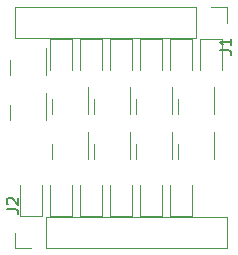
<source format=gbr>
%TF.GenerationSoftware,KiCad,Pcbnew,(6.0.2)*%
%TF.CreationDate,2023-02-28T22:47:18+08:00*%
%TF.ProjectId,OR_gate,4f525f67-6174-4652-9e6b-696361645f70,rev?*%
%TF.SameCoordinates,Original*%
%TF.FileFunction,Legend,Top*%
%TF.FilePolarity,Positive*%
%FSLAX46Y46*%
G04 Gerber Fmt 4.6, Leading zero omitted, Abs format (unit mm)*
G04 Created by KiCad (PCBNEW (6.0.2)) date 2023-02-28 22:47:18*
%MOMM*%
%LPD*%
G01*
G04 APERTURE LIST*
%ADD10C,0.150000*%
%ADD11C,0.120000*%
G04 APERTURE END LIST*
D10*
%TO.C,J1*%
X82002380Y-45545333D02*
X82716666Y-45545333D01*
X82859523Y-45592952D01*
X82954761Y-45688190D01*
X83002380Y-45831047D01*
X83002380Y-45926285D01*
X83002380Y-44545333D02*
X83002380Y-45116761D01*
X83002380Y-44831047D02*
X82002380Y-44831047D01*
X82145238Y-44926285D01*
X82240476Y-45021523D01*
X82288095Y-45116761D01*
%TO.C,J2*%
X63968380Y-59007333D02*
X64682666Y-59007333D01*
X64825523Y-59054952D01*
X64920761Y-59150190D01*
X64968380Y-59293047D01*
X64968380Y-59388285D01*
X64063619Y-58578761D02*
X64016000Y-58531142D01*
X63968380Y-58435904D01*
X63968380Y-58197809D01*
X64016000Y-58102571D01*
X64063619Y-58054952D01*
X64158857Y-58007333D01*
X64254095Y-58007333D01*
X64396952Y-58054952D01*
X64968380Y-58626380D01*
X64968380Y-58007333D01*
D11*
%TO.C,Q12*%
X74458000Y-54102000D02*
X74458000Y-54752000D01*
X71338000Y-54102000D02*
X71338000Y-53452000D01*
X71338000Y-54102000D02*
X71338000Y-54752000D01*
X74458000Y-54102000D02*
X74458000Y-52427000D01*
%TO.C,D7*%
X69540000Y-59597000D02*
X69540000Y-56912000D01*
X67620000Y-59597000D02*
X69540000Y-59597000D01*
X67620000Y-56912000D02*
X67620000Y-59597000D01*
%TO.C,D4*%
X75240000Y-59597000D02*
X77160000Y-59597000D01*
X77160000Y-59597000D02*
X77160000Y-56912000D01*
X75240000Y-56912000D02*
X75240000Y-59597000D01*
%TO.C,D6*%
X82240000Y-44543000D02*
X80320000Y-44543000D01*
X80320000Y-44543000D02*
X80320000Y-47228000D01*
X82240000Y-47228000D02*
X82240000Y-44543000D01*
%TO.C,D12*%
X72700000Y-59597000D02*
X74620000Y-59597000D01*
X72700000Y-56912000D02*
X72700000Y-59597000D01*
X74620000Y-59597000D02*
X74620000Y-56912000D01*
%TO.C,D11*%
X77160000Y-47228000D02*
X77160000Y-44543000D01*
X77160000Y-44543000D02*
X75240000Y-44543000D01*
X75240000Y-44543000D02*
X75240000Y-47228000D01*
%TO.C,D2*%
X79700000Y-47228000D02*
X79700000Y-44543000D01*
X77780000Y-44543000D02*
X77780000Y-47228000D01*
X79700000Y-44543000D02*
X77780000Y-44543000D01*
%TO.C,D9*%
X72700000Y-44543000D02*
X72700000Y-47228000D01*
X74620000Y-47228000D02*
X74620000Y-44543000D01*
X74620000Y-44543000D02*
X72700000Y-44543000D01*
%TO.C,Q7*%
X81570000Y-50292000D02*
X81570000Y-48617000D01*
X81570000Y-50292000D02*
X81570000Y-50942000D01*
X78450000Y-50292000D02*
X78450000Y-50942000D01*
X78450000Y-50292000D02*
X78450000Y-49642000D01*
%TO.C,D8*%
X77780000Y-59597000D02*
X79700000Y-59597000D01*
X79700000Y-59597000D02*
X79700000Y-56912000D01*
X77780000Y-56912000D02*
X77780000Y-59597000D01*
%TO.C,Q9*%
X67782000Y-50292000D02*
X67782000Y-49642000D01*
X70902000Y-50292000D02*
X70902000Y-48617000D01*
X67782000Y-50292000D02*
X67782000Y-50942000D01*
X70902000Y-50292000D02*
X70902000Y-50942000D01*
%TO.C,Q1*%
X64226000Y-46990000D02*
X64226000Y-47640000D01*
X67346000Y-46990000D02*
X67346000Y-47640000D01*
X64226000Y-46990000D02*
X64226000Y-46340000D01*
X67346000Y-46990000D02*
X67346000Y-45315000D01*
%TO.C,J1*%
X80010000Y-41850000D02*
X64710000Y-41850000D01*
X80010000Y-41850000D02*
X80010000Y-44510000D01*
X80010000Y-44510000D02*
X64710000Y-44510000D01*
X82610000Y-41850000D02*
X82610000Y-43180000D01*
X81280000Y-41850000D02*
X82610000Y-41850000D01*
X64710000Y-41850000D02*
X64710000Y-44510000D01*
%TO.C,J2*%
X64710000Y-62290000D02*
X64710000Y-60960000D01*
X66040000Y-62290000D02*
X64710000Y-62290000D01*
X67310000Y-62290000D02*
X67310000Y-59630000D01*
X67310000Y-62290000D02*
X82610000Y-62290000D01*
X67310000Y-59630000D02*
X82610000Y-59630000D01*
X82610000Y-62290000D02*
X82610000Y-59630000D01*
%TO.C,Q4*%
X78014000Y-54102000D02*
X78014000Y-54752000D01*
X78014000Y-54102000D02*
X78014000Y-52427000D01*
X74894000Y-54102000D02*
X74894000Y-53452000D01*
X74894000Y-54102000D02*
X74894000Y-54752000D01*
%TO.C,Q3*%
X78014000Y-50292000D02*
X78014000Y-50942000D01*
X78014000Y-50292000D02*
X78014000Y-48617000D01*
X74894000Y-50292000D02*
X74894000Y-49642000D01*
X74894000Y-50292000D02*
X74894000Y-50942000D01*
%TO.C,D5*%
X70160000Y-44543000D02*
X70160000Y-47228000D01*
X72080000Y-44543000D02*
X70160000Y-44543000D01*
X72080000Y-47228000D02*
X72080000Y-44543000D01*
%TO.C,Q2*%
X64226000Y-50800000D02*
X64226000Y-51450000D01*
X64226000Y-50800000D02*
X64226000Y-50150000D01*
X67346000Y-50800000D02*
X67346000Y-49125000D01*
X67346000Y-50800000D02*
X67346000Y-51450000D01*
%TO.C,Q10*%
X70902000Y-54102000D02*
X70902000Y-52427000D01*
X70902000Y-54102000D02*
X70902000Y-54752000D01*
X67782000Y-54102000D02*
X67782000Y-53452000D01*
X67782000Y-54102000D02*
X67782000Y-54752000D01*
%TO.C,D3*%
X65080000Y-56912000D02*
X65080000Y-59597000D01*
X67000000Y-59597000D02*
X67000000Y-56912000D01*
X65080000Y-59597000D02*
X67000000Y-59597000D01*
%TO.C,Q8*%
X81570000Y-54102000D02*
X81570000Y-52427000D01*
X78450000Y-54102000D02*
X78450000Y-54752000D01*
X81570000Y-54102000D02*
X81570000Y-54752000D01*
X78450000Y-54102000D02*
X78450000Y-53452000D01*
%TO.C,D10*%
X72080000Y-59597000D02*
X72080000Y-56912000D01*
X70160000Y-59597000D02*
X72080000Y-59597000D01*
X70160000Y-56912000D02*
X70160000Y-59597000D01*
%TO.C,Q11*%
X71338000Y-50292000D02*
X71338000Y-50942000D01*
X71338000Y-50292000D02*
X71338000Y-49642000D01*
X74458000Y-50292000D02*
X74458000Y-50942000D01*
X74458000Y-50292000D02*
X74458000Y-48617000D01*
%TO.C,D1*%
X69540000Y-44543000D02*
X67620000Y-44543000D01*
X67620000Y-44543000D02*
X67620000Y-47228000D01*
X69540000Y-47228000D02*
X69540000Y-44543000D01*
%TD*%
M02*

</source>
